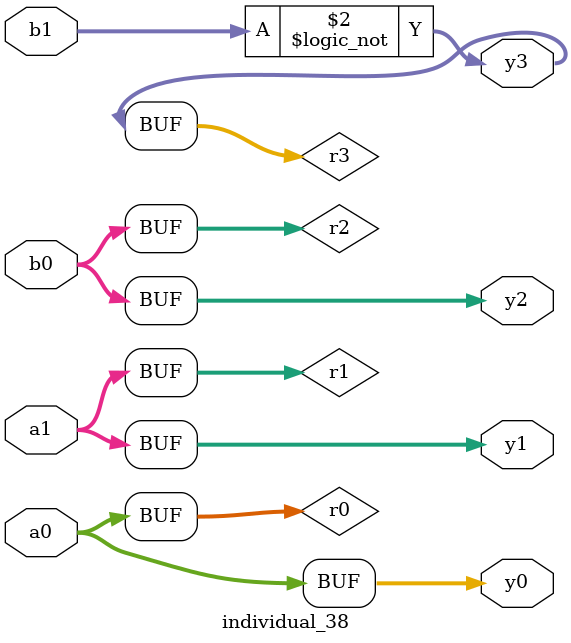
<source format=sv>
module individual_38(input logic [15:0] a1, input logic [15:0] a0, input logic [15:0] b1, input logic [15:0] b0, output logic [15:0] y3, output logic [15:0] y2, output logic [15:0] y1, output logic [15:0] y0);
logic [15:0] r0, r1, r2, r3; 
 always@(*) begin 
	 r0 = a0; r1 = a1; r2 = b0; r3 = b1; 
 	 r3 = ! r3 ;
 	 y3 = r3; y2 = r2; y1 = r1; y0 = r0; 
end
endmodule
</source>
